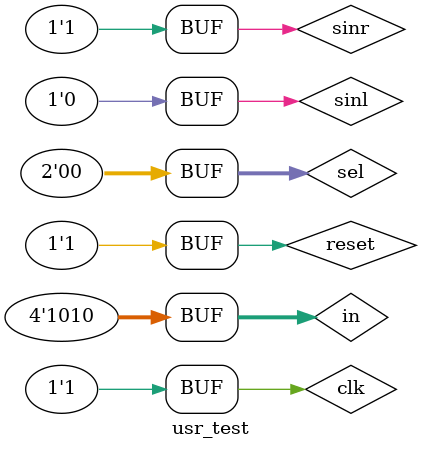
<source format=v>
`timescale 1ns / 1ps

module usr_test();
reg [3:0]in;
reg [1:0]sel;
reg reset;
reg clk;
reg sinr;
reg sinl;
wire [3:0]out;
usr uut(
.in(in),
.out(out),
.sel(sel),
.clk(clk),
.sinr(sinr),
.sinl(sinl),
.reset(reset)
);
initial repeat(10) begin
    clk=1'b1;
    reset=1'b1;
    sinr=1'b1;
    sinl=1'b0;
    sel=2'b00;
    #100;
    reset=1'b1;
    #100;
    in=4'b0101;
    reset=2'b10;
    #100;
    sel=2'b11;
    #100;
    sel=2'b01;
    #100;
    sel=2'b10;
    #100;
    sel=2'b00;
    #100;
    #100;
    in=4'b1010;
    reset=1'b1;
end
endmodule

</source>
